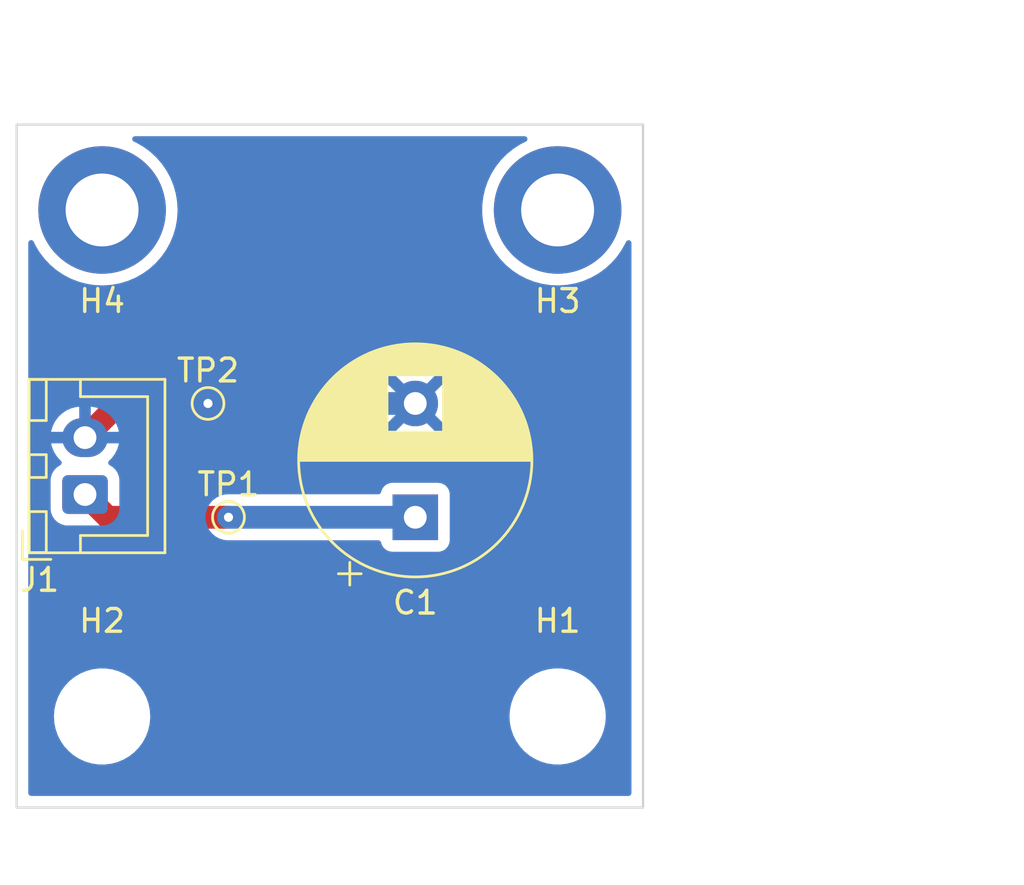
<source format=kicad_pcb>
(kicad_pcb (version 20201220) (generator pcbnew)
  (layers (0 "F.Cu" signal) (31 "B.Cu" signal) (34 "B.Paste" user) (35 "F.Paste" user) (36 "B.SilkS" user "B.Silkscreen") (37 "F.SilkS" user "F.Silkscreen") (38 "B.Mask" user) (39 "F.Mask" user) (44 "Edge.Cuts" user))
  (net 0 "")
  (net 1 "Net-(C1-Pad1)")
  (net 2 "GND")
  (footprint "MountingHole:MountingHole_3.2mm_M3_DIN965_Pad" (layer "F.Cu") (at 186.25 88.75)
    (fp_text reference "H3" (at 0 4) (layer "F.SilkS"))
    (fp_text value "PTH-3mm")
    (pad "1" thru_hole circle (at 0 0) (size 5.6 5.6) (drill 3.2) (layers *.Cu *.Mask))
  )
  (footprint "MountingHole:MountingHole_3.2mm_M3_DIN965_Pad" (layer "F.Cu") (at 166.25 88.75)
    (fp_text reference "H4" (at 0 4) (layer "F.SilkS"))
    (fp_text value "PTH-3mm")
    (pad "1" thru_hole circle (at 0 0) (size 5.6 5.6) (drill 3.2) (layers *.Cu *.Mask))
  )
  (footprint "TestPoint:TestPoint_Pad_D1.0mm" (layer "F.Cu") (at 170.9 97.25)
    (fp_text reference "TP2" (at 0 -1.448) (layer "F.SilkS"))
    (fp_text value "1mm")
    (fp_circle (center 0 0) (end 0 0.7) (layer "F.SilkS") (width 0.12) (fill none))
    (pad "1" smd circle (at 0 0) (size 1 1) (layers "F.Cu" "F.Mask") (net 2 "GND"))
  )
  (footprint "TestPoint:TestPoint_Pad_D1.0mm" (layer "F.Cu") (at 171.8 102.25)
    (fp_text reference "TP1" (at 0 -1.448) (layer "F.SilkS"))
    (fp_text value "1mm")
    (fp_circle (center 0 0) (end 0 0.7) (layer "F.SilkS") (width 0.12) (fill none))
    (pad "1" smd circle (at 0 0) (size 1 1) (layers "F.Cu" "F.Mask") (net 1 "Net-(C1-Pad1)"))
  )
  (footprint "MountingHole:MountingHole_3.2mm_M3" (layer "F.Cu") (at 166.25 111)
    (fp_text reference "H2" (at 0 -4.2) (layer "F.SilkS"))
    (fp_text value "NPTH-3mm")
    (pad "1" np_thru_hole circle (at 0 0) (size 3.2 3.2) (drill 3.2) (layers *.Cu *.Mask))
  )
  (footprint "MountingHole:MountingHole_3.2mm_M3" (layer "F.Cu") (at 186.25 111)
    (fp_text reference "H1" (at 0 -4.2) (layer "F.SilkS"))
    (fp_text value "NPTH-3mm")
    (pad "1" np_thru_hole circle (at 0 0) (size 3.2 3.2) (drill 3.2) (layers *.Cu *.Mask))
  )
  (footprint "Connector_JST:JST_XH_B2B-XH-A_1x02_P2.50mm_Vertical" (layer "F.Cu") (at 165.5 101.25 90)
    (fp_text reference "J1" (at -3.75 -2 180) (layer "F.SilkS"))
    (fp_text value "XH-2A")
    (fp_line (start 1.75 -1.7) (end 1.75 -2.45) (layer "F.SilkS") (width 0.12))
    (fp_line (start 3.25 -2.45) (end 3.25 -1.7) (layer "F.SilkS") (width 0.12))
    (fp_line (start -0.75 -1.7) (end -0.75 -2.45) (layer "F.SilkS") (width 0.12))
    (fp_line (start -0.75 -2.45) (end -2.55 -2.45) (layer "F.SilkS") (width 0.12))
    (fp_line (start 5.06 3.51) (end 5.06 -2.46) (layer "F.SilkS") (width 0.12))
    (fp_line (start 4.3 2.75) (end 1.25 2.75) (layer "F.SilkS") (width 0.12))
    (fp_line (start 1.75 -2.45) (end 0.75 -2.45) (layer "F.SilkS") (width 0.12))
    (fp_line (start -1.8 2.75) (end 1.25 2.75) (layer "F.SilkS") (width 0.12))
    (fp_line (start -2.85 -2.75) (end -2.85 -1.5) (layer "F.SilkS") (width 0.12))
    (fp_line (start -2.56 3.51) (end 5.06 3.51) (layer "F.SilkS") (width 0.12))
    (fp_line (start 5.05 -0.2) (end 4.3 -0.2) (layer "F.SilkS") (width 0.12))
    (fp_line (start 5.05 -1.7) (end 5.05 -2.45) (layer "F.SilkS") (width 0.12))
    (fp_line (start 0.75 -2.45) (end 0.75 -1.7) (layer "F.SilkS") (width 0.12))
    (fp_line (start -2.55 -0.2) (end -1.8 -0.2) (layer "F.SilkS") (width 0.12))
    (fp_line (start -1.6 -2.75) (end -2.85 -2.75) (layer "F.SilkS") (width 0.12))
    (fp_line (start 4.3 -0.2) (end 4.3 2.75) (layer "F.SilkS") (width 0.12))
    (fp_line (start -2.56 -2.46) (end -2.56 3.51) (layer "F.SilkS") (width 0.12))
    (fp_line (start 3.25 -1.7) (end 5.05 -1.7) (layer "F.SilkS") (width 0.12))
    (fp_line (start 5.05 -2.45) (end 3.25 -2.45) (layer "F.SilkS") (width 0.12))
    (fp_line (start 5.06 -2.46) (end -2.56 -2.46) (layer "F.SilkS") (width 0.12))
    (fp_line (start 0.75 -1.7) (end 1.75 -1.7) (layer "F.SilkS") (width 0.12))
    (fp_line (start -2.55 -2.45) (end -2.55 -1.7) (layer "F.SilkS") (width 0.12))
    (fp_line (start -2.55 -1.7) (end -0.75 -1.7) (layer "F.SilkS") (width 0.12))
    (fp_line (start -1.8 -0.2) (end -1.8 2.75) (layer "F.SilkS") (width 0.12))
    (pad "1" thru_hole roundrect (at 0 0 90) (size 1.7 2) (drill 1) (layers *.Cu *.Mask) (roundrect_rratio 0.147059) (net 1 "Net-(C1-Pad1)"))
    (pad "2" thru_hole oval (at 2.5 0 90) (size 1.7 2) (drill 1) (layers *.Cu *.Mask) (net 2 "GND"))
  )
  (footprint "Capacitor_THT:CP_Radial_D10.0mm_P5.00mm" (layer "F.Cu") (at 180 102.25 90)
    (fp_text reference "C1" (at -3.75 0 180) (layer "F.SilkS"))
    (fp_text value "1m25vPY_5x10x16")
    (fp_line (start 7.501 -1.062) (end 7.501 1.062) (layer "F.SilkS") (width 0.12))
    (fp_line (start 4.181 -4.797) (end 4.181 -1.241) (layer "F.SilkS") (width 0.12))
    (fp_line (start 5.501 1.241) (end 5.501 4.11) (layer "F.SilkS") (width 0.12))
    (fp_line (start 5.861 1.241) (end 5.861 3.824) (layer "F.SilkS") (width 0.12))
    (fp_line (start 4.101 -4.824) (end 4.101 -1.241) (layer "F.SilkS") (width 0.12))
    (fp_line (start 6.141 1.241) (end 6.141 3.561) (layer "F.SilkS") (width 0.12))
    (fp_line (start 3.341 -5.011) (end 3.341 5.011) (layer "F.SilkS") (width 0.12))
    (fp_line (start 4.981 -4.44) (end 4.981 -1.241) (layer "F.SilkS") (width 0.12))
    (fp_line (start 6.461 -3.206) (end 6.461 3.206) (layer "F.SilkS") (width 0.12))
    (fp_line (start 4.501 1.241) (end 4.501 4.674) (layer "F.SilkS") (width 0.12))
    (fp_line (start 4.301 -4.754) (end 4.301 -1.241) (layer "F.SilkS") (width 0.12))
    (fp_line (start 6.341 -3.347) (end 6.341 3.347) (layer "F.SilkS") (width 0.12))
    (fp_line (start 7.461 -1.23) (end 7.461 1.23) (layer "F.SilkS") (width 0.12))
    (fp_line (start 6.181 1.241) (end 6.181 3.52) (layer "F.SilkS") (width 0.12))
    (fp_line (start 4.821 1.241) (end 4.821 4.525) (layer "F.SilkS") (width 0.12))
    (fp_line (start 6.261 -3.436) (end 6.261 3.436) (layer "F.SilkS") (width 0.12))
    (fp_line (start 4.221 1.241) (end 4.221 4.783) (layer "F.SilkS") (width 0.12))
    (fp_line (start 5.341 -4.221) (end 5.341 -1.241) (layer "F.SilkS") (width 0.12))
    (fp_line (start 3.06 -5.05) (end 3.06 5.05) (layer "F.SilkS") (width 0.12))
    (fp_line (start 3.501 -4.982) (end 3.501 4.982) (layer "F.SilkS") (width 0.12))
    (fp_line (start 2.78 -5.073) (end 2.78 5.073) (layer "F.SilkS") (width 0.12))
    (fp_line (start 6.421 -3.254) (end 6.421 3.254) (layer "F.SilkS") (width 0.12))
    (fp_line (start 7.261 -1.846) (end 7.261 1.846) (layer "F.SilkS") (width 0.12))
    (fp_line (start 6.781 -2.77) (end 6.781 2.77) (layer "F.SilkS") (width 0.12))
    (fp_line (start 5.581 -4.05) (end 5.581 -1.241) (layer "F.SilkS") (width 0.12))
    (fp_line (start 4.901 1.241) (end 4.901 4.483) (layer "F.SilkS") (width 0.12))
    (fp_line (start 5.221 -4.298) (end 5.221 -1.241) (layer "F.SilkS") (width 0.12))
    (fp_line (start 5.181 -4.323) (end 5.181 -1.241) (layer "F.SilkS") (width 0.12))
    (fp_line (start 3.821 1.241) (end 3.821 4.907) (layer "F.SilkS") (width 0.12))
    (fp_line (start 3.861 -4.897) (end 3.861 -1.241) (layer "F.SilkS") (width 0.12))
    (fp_line (start 5.261 -4.273) (end 5.261 -1.241) (layer "F.SilkS") (width 0.12))
    (fp_line (start 6.061 1.241) (end 6.061 3.64) (layer "F.SilkS") (width 0.12))
    (fp_line (start 4.901 -4.483) (end 4.901 -1.241) (layer "F.SilkS") (width 0.12))
    (fp_line (start 3.541 -4.974) (end 3.541 4.974) (layer "F.SilkS") (width 0.12))
    (fp_line (start 3.02 -5.054) (end 3.02 5.054) (layer "F.SilkS") (width 0.12))
    (fp_line (start 7.301 -1.742) (end 7.301 1.742) (layer "F.SilkS") (width 0.12))
    (fp_line (start 6.541 -3.106) (end 6.541 3.106) (layer "F.SilkS") (width 0.12))
    (fp_line (start 3.301 -5.018) (end 3.301 5.018) (layer "F.SilkS") (width 0.12))
    (fp_line (start 4.581 -4.639) (end 4.581 -1.241) (layer "F.SilkS") (width 0.12))
    (fp_line (start 5.701 1.241) (end 5.701 3.957) (layer "F.SilkS") (width 0.12))
    (fp_line (start 3.221 -5.03) (end 3.221 5.03) (layer "F.SilkS") (width 0.12))
    (fp_line (start 4.141 -4.811) (end 4.141 -1.241) (layer "F.SilkS") (width 0.12))
    (fp_line (start 5.701 -3.957) (end 5.701 -1.241) (layer "F.SilkS") (width 0.12))
    (fp_line (start 5.901 -3.789) (end 5.901 -1.241) (layer "F.SilkS") (width 0.12))
    (fp_line (start 5.821 1.241) (end 5.821 3.858) (layer "F.SilkS") (width 0.12))
    (fp_line (start 3.701 -4.938) (end 3.701 4.938) (layer "F.SilkS") (width 0.12))
    (fp_line (start 2.66 -5.078) (end 2.66 5.078) (layer "F.SilkS") (width 0.12))
    (fp_line (start 5.101 -4.371) (end 5.101 -1.241) (layer "F.SilkS") (width 0.12))
    (fp_line (start 3.18 -5.035) (end 3.18 5.035) (layer "F.SilkS") (width 0.12))
    (fp_line (start 5.381 1.241) (end 5.381 4.194) (layer "F.SilkS") (width 0.12))
    (fp_line (start 5.741 1.241) (end 5.741 3.925) (layer "F.SilkS") (width 0.12))
    (fp_line (start 6.621 -3) (end 6.621 3) (layer "F.SilkS") (width 0.12))
    (fp_line (start 5.141 1.241) (end 5.141 4.347) (layer "F.SilkS") (width 0.12))
    (fp_line (start 2.9 -5.065) (end 2.9 5.065) (layer "F.SilkS") (width 0.12))
    (fp_line (start 6.381 -3.301) (end 6.381 3.301) (layer "F.SilkS") (width 0.12))
    (fp_line (start 5.061 1.241) (end 5.061 4.395) (layer "F.SilkS") (width 0.12))
    (fp_line (start 3.741 -4.928) (end 3.741 4.928) (layer "F.SilkS") (width 0.12))
    (fp_line (start 4.421 -4.707) (end 4.421 -1.241) (layer "F.SilkS") (width 0.12))
    (fp_line (start 5.101 1.241) (end 5.101 4.371) (layer "F.SilkS") (width 0.12))
    (fp_line (start 3.421 -4.997) (end 3.421 4.997) (layer "F.SilkS") (width 0.12))
    (fp_line (start 4.941 -4.462) (end 4.941 -1.241) (layer "F.SilkS") (width 0.12))
    (fp_line (start 6.221 1.241) (end 6.221 3.478) (layer "F.SilkS") (width 0.12))
    (fp_line (start 5.661 -3.989) (end 5.661 -1.241) (layer "F.SilkS") (width 0.12))
    (fp_line (start 4.541 1.241) (end 4.541 4.657) (layer "F.SilkS") (width 0.12))
    (fp_line (start 4.661 -4.603) (end 4.661 -1.241) (layer "F.SilkS") (width 0.12))
    (fp_line (start 7.421 -1.378) (end 7.421 1.378) (layer "F.SilkS") (width 0.12))
    (fp_line (start 6.101 1.241) (end 6.101 3.601) (layer "F.SilkS") (width 0.12))
    (fp_line (start 6.941 -2.51) (end 6.941 2.51) (layer "F.SilkS") (width 0.12))
    (fp_line (start 4.341 -4.738) (end 4.341 -1.241) (layer "F.SilkS") (width 0.12))
    (fp_line (start 4.621 -4.621) (end 4.621 -1.241) (layer "F.SilkS") (width 0.12))
    (fp_line (start 2.7 -5.077) (end 2.7 5.077) (layer "F.SilkS") (width 0.12))
    (fp_line (start 6.221 -3.478) (end 6.221 -1.241) (layer "F.SilkS") (width 0.12))
    (fp_line (start 6.181 -3.52) (end 6.181 -1.241) (layer "F.SilkS") (width 0.12))
    (fp_line (start 4.781 -4.545) (end 4.781 -1.241) (layer "F.SilkS") (width 0.12))
    (fp_line (start 5.941 -3.753) (end 5.941 -1.241) (layer "F.SilkS") (width 0.12))
    (fp_line (start 3.861 1.241) (end 3.861 4.897) (layer "F.SilkS") (width 0.12))
    (fp_line (start 4.861 -4.504) (end 4.861 -1.241) (layer "F.SilkS") (width 0.12))
    (fp_line (start 4.941 1.241) (end 4.941 4.462) (layer "F.SilkS") (width 0.12))
    (fp_line (start 5.821 -3.858) (end 5.821 -1.241) (layer "F.SilkS") (width 0.12))
    (fp_line (start 6.581 -3.054) (end 6.581 3.054) (layer "F.SilkS") (width 0.12))
    (fp_line (start 6.981 -2.439) (end 6.981 2.439) (layer "F.SilkS") (width 0.12))
    (fp_line (start 7.541 -0.862) (end 7.541 0.862) (layer "F.SilkS") (width 0.12))
    (fp_line (start 5.781 1.241) (end 5.781 3.892) (layer "F.SilkS") (width 0.12))
    (fp_line (start 4.021 1.241) (end 4.021 4.85) (layer "F.SilkS") (width 0.12))
    (fp_line (start 5.021 -4.417) (end 5.021 -1.241) (layer "F.SilkS") (width 0.12))
    (fp_line (start 5.341 1.241) (end 5.341 4.221) (layer "F.SilkS") (width 0.12))
    (fp_line (start 4.821 -4.525) (end 4.821 -1.241) (layer "F.SilkS") (width 0.12))
    (fp_line (start 4.381 1.241) (end 4.381 4.723) (layer "F.SilkS") (width 0.12))
    (fp_line (start 5.421 -4.166) (end 5.421 -1.241) (layer "F.SilkS") (width 0.12))
    (fp_line (start 7.141 -2.125) (end 7.141 2.125) (layer "F.SilkS") (width 0.12))
    (fp_line (start 4.301 1.241) (end 4.301 4.754) (layer "F.SilkS") (width 0.12))
    (fp_line (start 6.021 1.241) (end 6.021 3.679) (layer "F.SilkS") (width 0.12))
    (fp_line (start 4.501 -4.674) (end 4.501 -1.241) (layer "F.SilkS") (width 0.12))
    (fp_line (start 2.98 -5.058) (end 2.98 5.058) (layer "F.SilkS") (width 0.12))
    (fp_line (start 4.741 -4.564) (end 4.741 -1.241) (layer "F.SilkS") (width 0.12))
    (fp_line (start 3.1 -5.045) (end 3.1 5.045) (layer "F.SilkS") (width 0.12))
    (fp_line (start 7.341 -1.63) (end 7.341 1.63) (layer "F.SilkS") (width 0.12))
    (fp_line (start 3.981 1.241) (end 3.981 4.862) (layer "F.SilkS") (width 0.12))
    (fp_line (start 4.101 1.241) (end 4.101 4.824) (layer "F.SilkS") (width 0.12))
    (fp_line (start 6.661 -2.945) (end 6.661 2.945) (layer "F.SilkS") (width 0.12))
    (fp_line (start 3.661 -4.947) (end 3.661 4.947) (layer "F.SilkS") (width 0.12))
    (fp_line (start 4.221 -4.783) (end 4.221 -1.241) (layer "F.SilkS") (width 0.12))
    (fp_line (start 2.58 -5.08) (end 2.58 5.08) (layer "F.SilkS") (width 0.12))
    (fp_line (start 4.661 1.241) (end 4.661 4.603) (layer "F.SilkS") (width 0.12))
    (fp_line (start 2.86 -5.068) (end 2.86 5.068) (layer "F.SilkS") (width 0.12))
    (fp_line (start -2.479646 -3.375) (end -2.479646 -2.375) (layer "F.SilkS") (width 0.12))
    (fp_line (start 3.261 -5.024) (end 3.261 5.024) (layer "F.SilkS") (width 0.12))
    (fp_line (start 4.181 1.241) (end 4.181 4.797) (layer "F.SilkS") (width 0.12))
    (fp_line (start -2.979646 -2.875) (end -1.979646 -2.875) (layer "F.SilkS") (width 0.12))
    (fp_line (start 5.461 1.241) (end 5.461 4.138) (layer "F.SilkS") (width 0.12))
    (fp_line (start 3.901 -4.885) (end 3.901 -1.241) (layer "F.SilkS") (width 0.12))
    (fp_line (start 7.061 -2.289) (end 7.061 2.289) (layer "F.SilkS") (width 0.12))
    (fp_line (start 4.061 1.241) (end 4.061 4.837) (layer "F.SilkS") (width 0.12))
    (fp_line (start 3.901 1.241) (end 3.901 4.885) (layer "F.SilkS") (width 0.12))
    (fp_line (start 7.581 -0.599) (end 7.581 0.599) (layer "F.SilkS") (width 0.12))
    (fp_line (start 4.261 1.241) (end 4.261 4.768) (layer "F.SilkS") (width 0.12))
    (fp_line (start 7.221 -1.944) (end 7.221 1.944) (layer "F.SilkS") (width 0.12))
    (fp_line (start 3.14 -5.04) (end 3.14 5.04) (layer "F.SilkS") (width 0.12))
    (fp_line (start 5.621 -4.02) (end 5.621 -1.241) (layer "F.SilkS") (width 0.12))
    (fp_line (start 4.061 -4.837) (end 4.061 -1.241) (layer "F.SilkS") (width 0.12))
    (fp_line (start 2.82 -5.07) (end 2.82 5.07) (layer "F.SilkS") (width 0.12))
    (fp_line (start 5.901 1.241) (end 5.901 3.789) (layer "F.SilkS") (width 0.12))
    (fp_line (start 7.381 -1.51) (end 7.381 1.51) (layer "F.SilkS") (width 0.12))
    (fp_line (start 3.581 -4.965) (end 3.581 4.965) (layer "F.SilkS") (width 0.12))
    (fp_line (start 4.421 1.241) (end 4.421 4.707) (layer "F.SilkS") (width 0.12))
    (fp_line (start 4.621 1.241) (end 4.621 4.621) (layer "F.SilkS") (width 0.12))
    (fp_line (start 6.701 -2.889) (end 6.701 2.889) (layer "F.SilkS") (width 0.12))
    (fp_line (start 5.301 -4.247) (end 5.301 -1.241) (layer "F.SilkS") (width 0.12))
    (fp_line (start 6.861 -2.645) (end 6.861 2.645) (layer "F.SilkS") (width 0.12))
    (fp_line (start 6.901 -2.579) (end 6.901 2.579) (layer "F.SilkS") (width 0.12))
    (fp_line (start 4.261 -4.768) (end 4.261 -1.241) (layer "F.SilkS") (width 0.12))
    (fp_line (start 4.021 -4.85) (end 4.021 -1.241) (layer "F.SilkS") (width 0.12))
    (fp_line (start 4.981 1.241) (end 4.981 4.44) (layer "F.SilkS") (width 0.12))
    (fp_line (start 5.861 -3.824) (end 5.861 -1.241) (layer "F.SilkS") (width 0.12))
    (fp_line (start 2.5 -5.08) (end 2.5 5.08) (layer "F.SilkS") (width 0.12))
    (fp_line (start 5.381 -4.194) (end 5.381 -1.241) (layer "F.SilkS") (width 0.12))
    (fp_line (start 5.461 -4.138) (end 5.461 -1.241) (layer "F.SilkS") (width 0.12))
    (fp_line (start 5.261 1.241) (end 5.261 4.273) (layer "F.SilkS") (width 0.12))
    (fp_line (start 3.941 -4.874) (end 3.941 -1.241) (layer "F.SilkS") (width 0.12))
    (fp_line (start 3.621 -4.956) (end 3.621 4.956) (layer "F.SilkS") (width 0.12))
    (fp_line (start 6.101 -3.601) (end 6.101 -1.241) (layer "F.SilkS") (width 0.12))
    (fp_line (start 4.781 1.241) (end 4.781 4.545) (layer "F.SilkS") (width 0.12))
    (fp_line (start 5.541 -4.08) (end 5.541 -1.241) (layer "F.SilkS") (width 0.12))
    (fp_line (start 5.981 1.241) (end 5.981 3.716) (layer "F.SilkS") (width 0.12))
    (fp_line (start 4.581 1.241) (end 4.581 4.639) (layer "F.SilkS") (width 0.12))
    (fp_line (start 5.981 -3.716) (end 5.981 -1.241) (layer "F.SilkS") (width 0.12))
    (fp_line (start 5.301 1.241) (end 5.301 4.247) (layer "F.SilkS") (width 0.12))
    (fp_line (start 5.421 1.241) (end 5.421 4.166) (layer "F.SilkS") (width 0.12))
    (fp_line (start 7.021 -2.365) (end 7.021 2.365) (layer "F.SilkS") (width 0.12))
    (fp_line (start 5.661 1.241) (end 5.661 3.989) (layer "F.SilkS") (width 0.12))
    (fp_line (start 3.821 -4.907) (end 3.821 -1.241) (layer "F.SilkS") (width 0.12))
    (fp_line (start 4.381 -4.723) (end 4.381 -1.241) (layer "F.SilkS") (width 0.12))
    (fp_line (start 3.941 1.241) (end 3.941 4.874) (layer "F.SilkS") (width 0.12))
    (fp_line (start 5.781 -3.892) (end 5.781 -1.241) (layer "F.SilkS") (width 0.12))
    (fp_line (start 4.541 -4.657) (end 4.541 -1.241) (layer "F.SilkS") (width 0.12))
    (fp_line (start 5.541 1.241) (end 5.541 4.08) (layer "F.SilkS") (width 0.12))
    (fp_line (start 5.621 1.241) (end 5.621 4.02) (layer "F.SilkS") (width 0.12))
    (fp_line (start 3.981 -4.862) (end 3.981 -1.241) (layer "F.SilkS") (width 0.12))
    (fp_line (start 6.821 -2.709) (end 6.821 2.709) (layer "F.SilkS") (width 0.12))
    (fp_line (start 5.941 1.241) (end 5.941 3.753) (layer "F.SilkS") (width 0.12))
    (fp_line (start 5.741 -3.925) (end 5.741 -1.241) (layer "F.SilkS") (width 0.12))
    (fp_line (start 2.94 -5.062) (end 2.94 5.062) (layer "F.SilkS") (width 0.12))
    (fp_line (start 7.101 -2.209) (end 7.101 2.209) (layer "F.SilkS") (width 0.12))
    (fp_line (start 6.301 -3.392) (end 6.301 3.392) (layer "F.SilkS") (width 0.12))
    (fp_line (start 5.221 1.241) (end 5.221 4.298) (layer "F.SilkS") (width 0.12))
    (fp_line (start 3.781 -4.918) (end 3.781 -1.241) (layer "F.SilkS") (width 0.12))
    (fp_line (start 4.141 1.241) (end 4.141 4.811) (layer "F.SilkS") (width 0.12))
    (fp_line (start 4.701 -4.584) (end 4.701 -1.241) (layer "F.SilkS") (width 0.12))
    (fp_line (start 4.861 1.241) (end 4.861 4.504) (layer "F.SilkS") (width 0.12))
    (fp_line (start 4.461 -4.69) (end 4.461 -1.241) (layer "F.SilkS") (width 0.12))
    (fp_line (start 5.141 -4.347) (end 5.141 -1.241) (layer "F.SilkS") (width 0.12))
    (fp_line (start 6.061 -3.64) (end 6.061 -1.241) (layer "F.SilkS") (width 0.12))
    (fp_line (start 2.62 -5.079) (end 2.62 5.079) (layer "F.SilkS") (width 0.12))
    (fp_line (start 5.021 1.241) (end 5.021 4.417) (layer "F.SilkS") (width 0.12))
    (fp_line (start 2.74 -5.075) (end 2.74 5.075) (layer "F.SilkS") (width 0.12))
    (fp_line (start 4.701 1.241) (end 4.701 4.584) (layer "F.SilkS") (width 0.12))
    (fp_line (start 6.021 -3.679) (end 6.021 -1.241) (layer "F.SilkS") (width 0.12))
    (fp_line (start 4.461 1.241) (end 4.461 4.69) (layer "F.SilkS") (width 0.12))
    (fp_line (start 3.381 -5.004) (end 3.381 5.004) (layer "F.SilkS") (width 0.12))
    (fp_line (start 5.061 -4.395) (end 5.061 -1.241) (layer "F.SilkS") (width 0.12))
    (fp_line (start 6.741 -2.83) (end 6.741 2.83) (layer "F.SilkS") (width 0.12))
    (fp_line (start 4.341 1.241) (end 4.341 4.738) (layer "F.SilkS") (width 0.12))
    (fp_line (start 5.581 1.241) (end 5.581 4.05) (layer "F.SilkS") (width 0.12))
    (fp_line (start 4.741 1.241) (end 4.741 4.564) (layer "F.SilkS") (width 0.12))
    (fp_line (start 2.54 -5.08) (end 2.54 5.08) (layer "F.SilkS") (width 0.12))
    (fp_line (start 3.781 1.241) (end 3.781 4.918) (layer "F.SilkS") (width 0.12))
    (fp_line (start 6.141 -3.561) (end 6.141 -1.241) (layer "F.SilkS") (width 0.12))
    (fp_line (start 3.461 -4.99) (end 3.461 4.99) (layer "F.SilkS") (width 0.12))
    (fp_line (start 7.181 -2.037) (end 7.181 2.037) (layer "F.SilkS") (width 0.12))
    (fp_line (start 5.181 1.241) (end 5.181 4.323) (layer "F.SilkS") (width 0.12))
    (fp_line (start 5.501 -4.11) (end 5.501 -1.241) (layer "F.SilkS") (width 0.12))
    (fp_line (start 6.501 -3.156) (end 6.501 3.156) (layer "F.SilkS") (width 0.12))
    (fp_circle (center 2.5 0) (end 7.62 0) (layer "F.SilkS") (width 0.12) (fill none))
    (pad "1" thru_hole rect (at 0 0 90) (size 2 2) (drill 1) (layers *.Cu *.Mask) (net 1 "Net-(C1-Pad1)"))
    (pad "2" thru_hole circle (at 5 0 90) (size 2 2) (drill 1) (layers *.Cu *.Mask) (net 2 "GND"))
  )
  (gr_rect (start 162.5 85) (end 190 115) (layer "Edge.Cuts") (width 0.1) (fill none))
  (segment (start 165.5 101.25) (end 165.25 101.25) (width 0.25) (layer "F.Cu") (net 1))
  (segment (start 165.5 101.25) (end 166.5 102.25) (width 1) (layer "F.Cu") (net 1))
  (segment (start 171.8 102.25) (end 171.5 102.25) (width 1) (layer "F.Cu") (net 1))
  (segment (start 166.5 102.25) (end 171.8 102.25) (width 1) (layer "F.Cu") (net 1))
  (via (at 171.8 102.25) (size 0.8) (drill 0.4) (layers "F.Cu" "B.Cu") (net 1))
  (segment (start 171.8 102.25) (end 180 102.25) (width 1) (layer "B.Cu") (net 1))
  (segment (start 165.64999 98.60001) (end 165.64999 98.89999) (width 1) (layer "F.Cu") (net 2))
  (segment (start 165.64999 98.89999) (end 165.5 98.75) (width 1) (layer "F.Cu") (net 2))
  (segment (start 170.9 97.25) (end 167 97.25) (width 1) (layer "F.Cu") (net 2))
  (segment (start 167 97.25) (end 165.64999 98.60001) (width 1) (layer "F.Cu") (net 2))
  (via (at 170.9 97.25) (size 0.8) (drill 0.4) (layers "F.Cu" "B.Cu") (net 2))
  (segment (start 170.9 97.25) (end 180 97.25) (width 1) (layer "B.Cu") (net 2))
  (zone (net 2) (net_name "GND") (layer "B.Cu") (connect_pads (clearance 0.508)) (min_thickness 0.254) (fill yes (thermal_gap 0.508) (thermal_bridge_width 0.508))
    (polygon (pts (xy 189.5 114.5) (xy 163 114.5) (xy 163 85.5) (xy 189.5 85.5)))
  )
)
</source>
